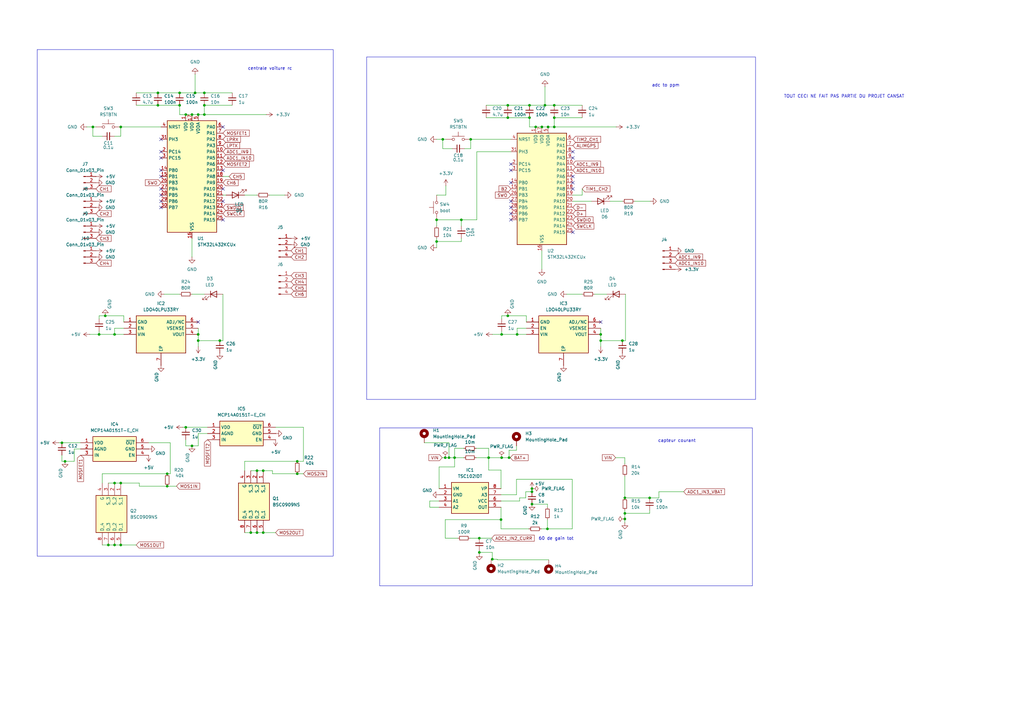
<source format=kicad_sch>
(kicad_sch (version 20231120) (generator "eeschema") (generator_version "8.0")
  (paper "A3")
  (junction (at 184.15 187.706))
  (junction (at 201.93 229.362))
  (junction (at 73.66 38.1))
  (junction (at 227.33 43.18))
  (junction (at 68.58 194.31))
  (junction (at 208.28 48.26))
  (junction (at 224.79 52.07))
  (junction (at 73.66 43.18))
  (junction (at 246.38 137.16))
  (junction (at 181.61 57.15))
  (junction (at 196.596 220.726))
  (junction (at 90.17 139.7))
  (junction (at 25.4 181.61))
  (junction (at 107.95 193.04))
  (junction (at 78.74 46.99))
  (junction (at 218.186 206.756))
  (junction (at 218.186 200.406))
  (junction (at 196.596 226.568))
  (junction (at 83.82 46.99))
  (junction (at 227.33 48.26))
  (junction (at 76.2 175.26))
  (junction (at 256.286 204.216))
  (junction (at 26.67 189.23))
  (junction (at 49.53 223.52))
  (junction (at 218.186 201.676))
  (junction (at 80.01 38.1))
  (junction (at 193.04 57.15))
  (junction (at 246.38 139.7))
  (junction (at 64.77 38.1))
  (junction (at 189.23 90.17))
  (junction (at 227.33 52.07))
  (junction (at 205.486 213.106))
  (junction (at 121.92 189.23))
  (junction (at 81.28 46.99))
  (junction (at 219.71 52.07))
  (junction (at 105.41 218.44))
  (junction (at 43.18 129.54))
  (junction (at 49.53 198.12))
  (junction (at 102.87 218.44))
  (junction (at 179.07 90.17))
  (junction (at 179.07 99.06))
  (junction (at 76.2 46.99))
  (junction (at 223.52 43.18))
  (junction (at 217.17 43.18))
  (junction (at 121.92 194.31))
  (junction (at 64.77 43.18))
  (junction (at 205.74 187.706))
  (junction (at 38.1 52.07))
  (junction (at 255.27 139.7))
  (junction (at 224.536 216.916))
  (junction (at 256.286 210.566))
  (junction (at 81.28 137.16))
  (junction (at 78.74 182.88))
  (junction (at 46.99 223.52))
  (junction (at 83.82 43.18))
  (junction (at 205.74 137.16))
  (junction (at 44.45 223.52))
  (junction (at 105.41 193.04))
  (junction (at 83.82 38.1))
  (junction (at 200.406 187.706))
  (junction (at 208.28 43.18))
  (junction (at 212.09 137.16))
  (junction (at 81.28 139.7))
  (junction (at 208.28 129.54))
  (junction (at 68.58 199.39))
  (junction (at 46.99 198.12))
  (junction (at 256.286 212.852))
  (junction (at 208.788 187.706))
  (junction (at 46.99 137.16))
  (junction (at 40.64 137.16))
  (junction (at 49.53 52.07))
  (junction (at 107.95 218.44))
  (junction (at 222.25 52.07))
  (junction (at 186.436 187.706))
  (junction (at 182.626 187.706))
  (junction (at 217.17 48.26))
  (junction (at 266.446 204.216))
  (no_connect (at 234.95 77.47))
  (no_connect (at 91.44 77.47))
  (no_connect (at 66.04 69.85))
  (no_connect (at 209.55 67.31))
  (no_connect (at 209.55 69.85))
  (no_connect (at 91.44 90.17))
  (no_connect (at 66.04 64.77))
  (no_connect (at 234.95 72.39))
  (no_connect (at 91.44 52.07))
  (no_connect (at 234.95 74.93))
  (no_connect (at 66.04 85.09))
  (no_connect (at 66.04 57.15))
  (no_connect (at 91.44 69.85))
  (no_connect (at 66.04 72.39))
  (no_connect (at 209.55 74.93))
  (no_connect (at 66.04 77.47))
  (no_connect (at 66.04 82.55))
  (no_connect (at 209.55 82.55))
  (no_connect (at 246.38 132.08))
  (no_connect (at 66.04 80.01))
  (no_connect (at 234.95 95.25))
  (no_connect (at 209.55 85.09))
  (no_connect (at 209.55 90.17))
  (no_connect (at 91.44 82.55))
  (no_connect (at 209.55 87.63))
  (no_connect (at 234.95 62.23))
  (no_connect (at 66.04 62.23))
  (no_connect (at 234.95 64.77))
  (no_connect (at 81.28 132.08))
  (wire (pts (xy 57.15 199.39) (xy 68.58 199.39)))
  (wire (pts (xy 176.276 205.486) (xy 176.276 208.026)))
  (wire (pts (xy 270.256 201.676) (xy 270.256 204.216)))
  (wire (pts (xy 116.84 80.01) (xy 110.49 80.01)))
  (wire (pts (xy 205.486 192.786) (xy 200.406 192.786)))
  (wire (pts (xy 36.83 137.16) (xy 40.64 137.16)))
  (wire (pts (xy 266.7 82.55) (xy 260.35 82.55)))
  (wire (pts (xy 246.38 139.7) (xy 255.27 139.7)))
  (wire (pts (xy 234.696 196.596) (xy 234.696 216.916)))
  (wire (pts (xy 203.962 229.362) (xy 201.93 229.362)))
  (wire (pts (xy 24.13 181.61) (xy 25.4 181.61)))
  (wire (pts (xy 219.71 52.07) (xy 222.25 52.07)))
  (wire (pts (xy 85.09 177.8) (xy 81.28 177.8)))
  (wire (pts (xy 189.23 90.17) (xy 195.58 90.17)))
  (wire (pts (xy 186.436 183.896) (xy 190.246 183.896)))
  (wire (pts (xy 246.38 139.7) (xy 246.38 142.24)))
  (wire (pts (xy 102.87 193.04) (xy 105.41 193.04)))
  (wire (pts (xy 38.1 55.88) (xy 38.1 52.07)))
  (wire (pts (xy 41.91 194.31) (xy 41.91 198.12)))
  (wire (pts (xy 78.74 46.99) (xy 81.28 46.99)))
  (wire (pts (xy 181.356 187.706) (xy 182.626 187.706)))
  (wire (pts (xy 232.41 120.65) (xy 238.76 120.65)))
  (wire (pts (xy 200.406 183.896) (xy 200.406 187.706)))
  (wire (pts (xy 43.18 129.54) (xy 50.8 129.54)))
  (wire (pts (xy 46.99 137.16) (xy 50.8 137.16)))
  (wire (pts (xy 266.446 210.566) (xy 256.286 210.566)))
  (wire (pts (xy 208.28 48.26) (xy 217.17 48.26)))
  (wire (pts (xy 205.74 137.16) (xy 212.09 137.16)))
  (wire (pts (xy 246.38 137.16) (xy 246.38 139.7)))
  (wire (pts (xy 105.41 80.01) (xy 100.33 80.01)))
  (wire (pts (xy 40.64 130.81) (xy 40.64 129.54)))
  (wire (pts (xy 205.486 216.916) (xy 205.486 213.106)))
  (wire (pts (xy 68.58 194.31) (xy 41.91 194.31)))
  (wire (pts (xy 212.09 134.62) (xy 212.09 137.16)))
  (wire (pts (xy 196.596 226.568) (xy 201.93 226.568)))
  (wire (pts (xy 256.54 139.7) (xy 255.27 139.7)))
  (wire (pts (xy 50.8 129.54) (xy 50.8 132.08)))
  (wire (pts (xy 179.07 90.17) (xy 189.23 90.17)))
  (wire (pts (xy 201.93 137.16) (xy 205.74 137.16)))
  (wire (pts (xy 179.07 57.15) (xy 181.61 57.15)))
  (wire (pts (xy 57.15 198.12) (xy 49.53 198.12)))
  (wire (pts (xy 121.92 194.31) (xy 111.76 194.31)))
  (wire (pts (xy 227.33 43.18) (xy 238.76 43.18)))
  (wire (pts (xy 192.786 220.726) (xy 196.596 220.726)))
  (wire (pts (xy 80.01 38.1) (xy 83.82 38.1)))
  (wire (pts (xy 121.92 189.23) (xy 100.33 189.23)))
  (wire (pts (xy 205.486 213.106) (xy 182.626 213.106)))
  (wire (pts (xy 182.626 187.706) (xy 184.15 187.706)))
  (wire (pts (xy 256.286 212.852) (xy 256.286 214.376)))
  (wire (pts (xy 73.66 38.1) (xy 80.01 38.1)))
  (wire (pts (xy 55.88 43.18) (xy 64.77 43.18)))
  (wire (pts (xy 215.646 201.676) (xy 218.186 201.676)))
  (wire (pts (xy 208.788 187.706) (xy 208.788 184.658)))
  (wire (pts (xy 41.91 55.88) (xy 38.1 55.88)))
  (wire (pts (xy 196.596 226.568) (xy 196.596 225.806)))
  (wire (pts (xy 205.74 129.54) (xy 208.28 129.54)))
  (wire (pts (xy 222.25 52.07) (xy 224.79 52.07)))
  (wire (pts (xy 44.45 223.52) (xy 46.99 223.52)))
  (wire (pts (xy 107.95 218.44) (xy 113.03 218.44)))
  (wire (pts (xy 176.276 208.026) (xy 180.086 208.026)))
  (wire (pts (xy 217.17 52.07) (xy 219.71 52.07)))
  (wire (pts (xy 179.07 99.06) (xy 179.07 101.6)))
  (wire (pts (xy 76.2 182.88) (xy 76.2 180.34)))
  (wire (pts (xy 211.836 202.946) (xy 211.836 196.596)))
  (wire (pts (xy 81.28 182.88) (xy 78.74 182.88)))
  (wire (pts (xy 91.44 72.39) (xy 93.98 72.39)))
  (wire (pts (xy 243.84 120.65) (xy 248.92 120.65)))
  (wire (pts (xy 184.15 187.706) (xy 186.436 187.706)))
  (wire (pts (xy 64.77 43.18) (xy 73.66 43.18)))
  (wire (pts (xy 74.93 175.26) (xy 76.2 175.26)))
  (wire (pts (xy 33.02 184.15) (xy 30.48 184.15)))
  (wire (pts (xy 80.01 30.48) (xy 80.01 38.1)))
  (wire (pts (xy 91.44 120.65) (xy 91.44 139.7)))
  (wire (pts (xy 208.28 43.18) (xy 217.17 43.18)))
  (wire (pts (xy 193.04 57.15) (xy 193.04 60.96)))
  (wire (pts (xy 81.28 177.8) (xy 81.28 182.88)))
  (wire (pts (xy 64.77 38.1) (xy 73.66 38.1)))
  (wire (pts (xy 181.61 57.15) (xy 182.88 57.15)))
  (wire (pts (xy 256.286 187.706) (xy 252.476 187.706)))
  (wire (pts (xy 256.286 204.216) (xy 266.446 204.216)))
  (wire (pts (xy 46.99 223.52) (xy 49.53 223.52)))
  (wire (pts (xy 83.82 46.99) (xy 109.22 46.99)))
  (wire (pts (xy 212.09 137.16) (xy 215.9 137.16)))
  (wire (pts (xy 227.33 48.26) (xy 238.76 48.26)))
  (wire (pts (xy 208.788 184.658) (xy 211.836 184.658)))
  (wire (pts (xy 91.44 80.01) (xy 92.71 80.01)))
  (wire (pts (xy 186.436 191.516) (xy 186.436 187.706)))
  (wire (pts (xy 208.788 187.706) (xy 209.296 187.706)))
  (wire (pts (xy 60.96 181.61) (xy 69.85 181.61)))
  (wire (pts (xy 107.95 193.04) (xy 111.76 193.04)))
  (wire (pts (xy 213.106 205.486) (xy 213.106 204.216)))
  (wire (pts (xy 105.41 193.04) (xy 107.95 193.04)))
  (wire (pts (xy 73.66 43.18) (xy 73.66 46.99)))
  (wire (pts (xy 180.086 200.406) (xy 180.086 191.516)))
  (wire (pts (xy 68.58 199.39) (xy 72.39 199.39)))
  (wire (pts (xy 100.33 218.44) (xy 102.87 218.44)))
  (wire (pts (xy 184.15 181.61) (xy 184.15 187.706)))
  (wire (pts (xy 76.2 175.26) (xy 85.09 175.26)))
  (wire (pts (xy 225.044 229.616) (xy 203.962 229.616)))
  (wire (pts (xy 180.086 205.486) (xy 176.276 205.486)))
  (wire (pts (xy 25.4 189.23) (xy 25.4 186.69)))
  (wire (pts (xy 189.23 99.06) (xy 179.07 99.06)))
  (wire (pts (xy 69.85 194.31) (xy 68.58 194.31)))
  (wire (pts (xy 35.56 52.07) (xy 38.1 52.07)))
  (wire (pts (xy 256.286 195.326) (xy 256.286 204.216)))
  (wire (pts (xy 200.406 187.706) (xy 205.74 187.706)))
  (wire (pts (xy 124.46 175.26) (xy 124.46 189.23)))
  (wire (pts (xy 76.2 46.99) (xy 78.74 46.99)))
  (wire (pts (xy 195.326 187.706) (xy 200.406 187.706)))
  (wire (pts (xy 200.406 192.786) (xy 200.406 187.706)))
  (wire (pts (xy 203.962 229.616) (xy 203.962 229.362)))
  (wire (pts (xy 83.82 43.18) (xy 95.25 43.18)))
  (wire (pts (xy 81.28 139.7) (xy 81.28 142.24)))
  (wire (pts (xy 218.186 206.756) (xy 224.536 206.756)))
  (wire (pts (xy 30.48 189.23) (xy 26.67 189.23)))
  (wire (pts (xy 195.58 62.23) (xy 195.58 90.17)))
  (wire (pts (xy 201.93 226.568) (xy 201.93 229.362)))
  (wire (pts (xy 50.8 134.62) (xy 46.99 134.62)))
  (wire (pts (xy 223.52 43.18) (xy 227.33 43.18)))
  (wire (pts (xy 185.42 60.96) (xy 181.61 60.96)))
  (wire (pts (xy 189.23 90.17) (xy 189.23 92.71)))
  (wire (pts (xy 190.5 60.96) (xy 193.04 60.96)))
  (wire (pts (xy 49.53 223.52) (xy 55.88 223.52)))
  (wire (pts (xy 208.28 129.54) (xy 215.9 129.54)))
  (wire (pts (xy 255.27 82.55) (xy 250.19 82.55)))
  (wire (pts (xy 205.486 200.406) (xy 205.486 192.786)))
  (wire (pts (xy 186.436 183.896) (xy 186.436 187.706)))
  (wire (pts (xy 215.9 134.62) (xy 212.09 134.62)))
  (wire (pts (xy 83.82 43.18) (xy 83.82 46.99)))
  (wire (pts (xy 182.626 213.106) (xy 182.626 220.726)))
  (wire (pts (xy 44.45 198.12) (xy 46.99 198.12)))
  (wire (pts (xy 57.15 199.39) (xy 57.15 198.12)))
  (wire (pts (xy 38.1 52.07) (xy 39.37 52.07)))
  (wire (pts (xy 199.39 48.26) (xy 208.28 48.26)))
  (wire (pts (xy 209.55 62.23) (xy 195.58 62.23)))
  (wire (pts (xy 81.28 139.7) (xy 90.17 139.7)))
  (wire (pts (xy 238.76 80.01) (xy 234.95 80.01)))
  (wire (pts (xy 78.74 120.65) (xy 83.82 120.65)))
  (wire (pts (xy 256.286 190.246) (xy 256.286 187.706)))
  (wire (pts (xy 182.88 76.2) (xy 182.88 80.01)))
  (wire (pts (xy 91.44 139.7) (xy 90.17 139.7)))
  (wire (pts (xy 49.53 52.07) (xy 66.04 52.07)))
  (wire (pts (xy 227.33 48.26) (xy 227.33 52.07)))
  (wire (pts (xy 78.74 97.79) (xy 78.74 105.41)))
  (wire (pts (xy 223.52 35.56) (xy 223.52 43.18)))
  (wire (pts (xy 182.626 220.726) (xy 187.706 220.726)))
  (wire (pts (xy 83.82 46.99) (xy 81.28 46.99)))
  (wire (pts (xy 199.39 43.18) (xy 208.28 43.18)))
  (wire (pts (xy 234.95 82.55) (xy 242.57 82.55)))
  (wire (pts (xy 83.82 38.1) (xy 95.25 38.1)))
  (wire (pts (xy 46.99 55.88) (xy 49.53 55.88)))
  (wire (pts (xy 256.286 209.296) (xy 256.286 210.566)))
  (wire (pts (xy 195.326 183.896) (xy 200.406 183.896)))
  (wire (pts (xy 215.9 129.54) (xy 215.9 132.08)))
  (wire (pts (xy 67.31 120.65) (xy 73.66 120.65)))
  (wire (pts (xy 173.99 181.61) (xy 184.15 181.61)))
  (wire (pts (xy 181.61 60.96) (xy 181.61 57.15)))
  (wire (pts (xy 105.41 218.44) (xy 107.95 218.44)))
  (wire (pts (xy 227.33 52.07) (xy 224.79 52.07)))
  (wire (pts (xy 30.48 184.15) (xy 30.48 189.23)))
  (wire (pts (xy 246.38 134.62) (xy 246.38 137.16)))
  (wire (pts (xy 234.696 216.916) (xy 224.536 216.916)))
  (wire (pts (xy 256.54 120.65) (xy 256.54 139.7)))
  (wire (pts (xy 205.74 130.81) (xy 205.74 129.54)))
  (wire (pts (xy 179.07 97.79) (xy 179.07 99.06)))
  (wire (pts (xy 40.64 137.16) (xy 46.99 137.16)))
  (wire (pts (xy 227.33 52.07) (xy 252.73 52.07)))
  (wire (pts (xy 205.74 135.89) (xy 205.74 137.16)))
  (wire (pts (xy 111.76 194.31) (xy 111.76 193.04)))
  (wire (pts (xy 256.286 210.566) (xy 256.286 212.852)))
  (wire (pts (xy 216.916 216.916) (xy 205.486 216.916)))
  (wire (pts (xy 180.086 191.516) (xy 186.436 191.516)))
  (wire (pts (xy 124.46 189.23) (xy 121.92 189.23)))
  (wire (pts (xy 215.646 204.216) (xy 215.646 201.676)))
  (wire (pts (xy 69.85 181.61) (xy 69.85 194.31)))
  (wire (pts (xy 189.23 97.79) (xy 189.23 99.06)))
  (wire (pts (xy 100.33 189.23) (xy 100.33 193.04)))
  (wire (pts (xy 25.4 181.61) (xy 33.02 181.61)))
  (wire (pts (xy 238.76 77.47) (xy 238.76 80.01)))
  (wire (pts (xy 205.486 202.946) (xy 211.836 202.946)))
  (wire (pts (xy 78.74 182.88) (xy 76.2 182.88)))
  (wire (pts (xy 280.416 201.676) (xy 270.256 201.676)))
  (wire (pts (xy 49.53 52.07) (xy 49.53 55.88)))
  (wire (pts (xy 205.486 205.486) (xy 213.106 205.486)))
  (wire (pts (xy 81.28 137.16) (xy 81.28 139.7)))
  (wire (pts (xy 205.74 187.706) (xy 208.788 187.706)))
  (wire (pts (xy 40.64 129.54) (xy 43.18 129.54)))
  (wire (pts (xy 26.67 189.23) (xy 25.4 189.23)))
  (wire (pts (xy 55.88 38.1) (xy 64.77 38.1)))
  (wire (pts (xy 211.836 196.596) (xy 234.696 196.596)))
  (wire (pts (xy 102.87 218.44) (xy 105.41 218.44)))
  (wire (pts (xy 179.07 92.71) (xy 179.07 90.17)))
  (wire (pts (xy 186.436 187.706) (xy 190.246 187.706)))
  (wire (pts (xy 196.596 220.726) (xy 201.676 220.726)))
  (wire (pts (xy 193.04 57.15) (xy 209.55 57.15)))
  (wire (pts (xy 40.64 135.89) (xy 40.64 137.16)))
  (wire (pts (xy 46.99 134.62) (xy 46.99 137.16)))
  (wire (pts (xy 222.25 102.87) (xy 222.25 110.49)))
  (wire (pts (xy 213.106 204.216) (xy 215.646 204.216)))
  (wire (pts (xy 224.536 216.916) (xy 221.996 216.916)))
  (wire (pts (xy 41.91 223.52) (xy 44.45 223.52)))
  (wire (pts (xy 124.46 194.31) (xy 121.92 194.31)))
  (wire (pts (xy 217.17 48.26) (xy 217.17 52.07)))
  (wire (pts (xy 217.17 43.18) (xy 223.52 43.18)))
  (wire (pts (xy 201.93 229.362) (xy 201.422 229.362)))
  (wire (pts (xy 113.03 175.26) (xy 124.46 175.26)))
  (wire (pts (xy 224.536 208.026) (xy 224.536 206.756)))
  (wire (pts (xy 182.88 80.01) (xy 179.07 80.01)))
  (wire (pts (xy 81.28 134.62) (xy 81.28 137.16)))
  (wire (pts (xy 218.186 200.406) (xy 218.186 201.676)))
  (wire (pts (xy 46.99 198.12) (xy 49.53 198.12)))
  (wire (pts (xy 73.66 46.99) (xy 76.2 46.99)))
  (wire (pts (xy 196.596 227.076) (xy 196.596 226.568)))
  (wire (pts (xy 266.446 209.296) (xy 266.446 210.566)))
  (wire (pts (xy 205.486 208.026) (xy 205.486 213.106)))
  (wire (pts (xy 211.836 184.658) (xy 211.836 182.88)))
  (wire (pts (xy 270.256 204.216) (xy 266.446 204.216)))
  (wire (pts (xy 224.536 213.106) (xy 224.536 216.916)))
  (rectangle (start 150.368 23.368) (end 309.88 163.83))
  (rectangle (start 155.702 175.514) (end 308.61 240.284))
  (rectangle (start 15.24 20.32) (end 136.652 228.092))
  (text "adc to ppm" (at 273.05 35.052 0) (effects (font (size 1.27 1.27))))
  (text "60 de gain tot" (at 228.092 220.98 0) (effects (font (size 1.27 1.27))))
  (text "TOUT CECI NE FAIT PAS PARTIE DU PROJET CANSAT" (at 346.202 39.624 0) (effects (font (size 1.27 1.27))))
  (text "centrale voiture rc" (at 110.744 28.194 0) (effects (font (size 1.27 1.27))))
  (text "capteur courant" (at 277.622 180.848 0) (effects (font (size 1.27 1.27))))
  (global_label "SWCLK" (shape input) (at 91.44 87.63 0) (property "Intersheetrefs" "${INTERSHEET_REFS}" (effects (hide yes))))
  (global_label "CH3" (shape input) (at 39.37 97.79 0) (property "Intersheetrefs" "${INTERSHEET_REFS}" (effects (hide yes))))
  (global_label "TIM1_CH2" (shape input) (at 238.76 77.47 0) (property "Intersheetrefs" "${INTERSHEET_REFS}" (effects (hide yes))))
  (global_label "CH2" (shape input) (at 39.37 87.63 0) (property "Intersheetrefs" "${INTERSHEET_REFS}" (effects (hide yes))))
  (global_label "VIN" (shape input) (at 181.356 187.706 180) (property "Intersheetrefs" "${INTERSHEET_REFS}" (effects (hide yes))))
  (global_label "CH5" (shape input) (at 93.98 72.39 0) (property "Intersheetrefs" "${INTERSHEET_REFS}" (effects (hide yes))))
  (global_label "D-" (shape input) (at 234.95 85.09 0) (property "Intersheetrefs" "${INTERSHEET_REFS}" (effects (hide yes))))
  (global_label "ALIMGPS" (shape input) (at 234.95 59.69 0) (property "Intersheetrefs" "${INTERSHEET_REFS}" (effects (hide yes))))
  (global_label "MOS1IN" (shape input) (at 72.39 199.39 0) (property "Intersheetrefs" "${INTERSHEET_REFS}" (effects (hide yes))))
  (global_label "CH1" (shape input) (at 119.38 102.87 0) (property "Intersheetrefs" "${INTERSHEET_REFS}" (effects (hide yes))))
  (global_label "ADC1_IN10" (shape input) (at 234.95 69.85 0) (property "Intersheetrefs" "${INTERSHEET_REFS}" (effects (hide yes))))
  (global_label "ADC1_IN9" (shape input) (at 276.86 105.41 0) (property "Intersheetrefs" "${INTERSHEET_REFS}" (effects (hide yes))))
  (global_label "MOS2IN" (shape input) (at 124.46 194.31 0) (property "Intersheetrefs" "${INTERSHEET_REFS}" (effects (hide yes))))
  (global_label "MOSFET2" (shape input) (at 91.44 67.31 0) (property "Intersheetrefs" "${INTERSHEET_REFS}" (effects (hide yes))))
  (global_label "MOSFET1" (shape input) (at 91.44 54.61 0) (property "Intersheetrefs" "${INTERSHEET_REFS}" (effects (hide yes))))
  (global_label "SWCLK" (shape input) (at 234.95 92.71 0) (property "Intersheetrefs" "${INTERSHEET_REFS}" (effects (hide yes))))
  (global_label "CH4" (shape input) (at 119.38 115.57 0) (property "Intersheetrefs" "${INTERSHEET_REFS}" (effects (hide yes))))
  (global_label "CH2" (shape input) (at 119.38 105.41 0) (property "Intersheetrefs" "${INTERSHEET_REFS}" (effects (hide yes))))
  (global_label "ADC1_IN10" (shape input) (at 276.86 107.95 0) (property "Intersheetrefs" "${INTERSHEET_REFS}" (effects (hide yes))))
  (global_label "LPTX" (shape input) (at 91.44 59.69 0) (property "Intersheetrefs" "${INTERSHEET_REFS}" (effects (hide yes))))
  (global_label "MOS1OUT" (shape input) (at 55.88 223.52 0) (property "Intersheetrefs" "${INTERSHEET_REFS}" (effects (hide yes))))
  (global_label "CH5" (shape input) (at 119.38 118.11 0) (property "Intersheetrefs" "${INTERSHEET_REFS}" (effects (hide yes))))
  (global_label "BAT+" (shape input) (at 209.296 187.706 0) (property "Intersheetrefs" "${INTERSHEET_REFS}" (effects (hide yes))))
  (global_label "SWDIO" (shape input) (at 234.95 90.17 0) (property "Intersheetrefs" "${INTERSHEET_REFS}" (effects (hide yes))))
  (global_label "LPRX" (shape input) (at 91.44 57.15 0) (property "Intersheetrefs" "${INTERSHEET_REFS}" (effects (hide yes))))
  (global_label "MOSFET1" (shape input) (at 33.02 186.69 270) (property "Intersheetrefs" "${INTERSHEET_REFS}" (effects (hide yes))))
  (global_label "CH4" (shape input) (at 39.37 107.95 0) (property "Intersheetrefs" "${INTERSHEET_REFS}" (effects (hide yes))))
  (global_label "SWO" (shape input) (at 66.04 74.93 180) (property "Intersheetrefs" "${INTERSHEET_REFS}" (effects (hide yes))))
  (global_label "ADC1_IN9" (shape input) (at 234.95 67.31 0) (property "Intersheetrefs" "${INTERSHEET_REFS}" (effects (hide yes))))
  (global_label "MOSFET2" (shape input) (at 85.09 180.34 270) (property "Intersheetrefs" "${INTERSHEET_REFS}" (effects (hide yes))))
  (global_label "ADC1_IN9" (shape input) (at 91.44 62.23 0) (property "Intersheetrefs" "${INTERSHEET_REFS}" (effects (hide yes))))
  (global_label "CH3" (shape input) (at 119.38 113.03 0) (property "Intersheetrefs" "${INTERSHEET_REFS}" (effects (hide yes))))
  (global_label "CH6" (shape input) (at 91.44 74.93 0) (property "Intersheetrefs" "${INTERSHEET_REFS}" (effects (hide yes))))
  (global_label "B2" (shape input) (at 209.55 77.47 180) (property "Intersheetrefs" "${INTERSHEET_REFS}" (effects (hide yes))))
  (global_label "CH1" (shape input) (at 39.37 77.47 0) (property "Intersheetrefs" "${INTERSHEET_REFS}" (effects (hide yes))))
  (global_label "ADC1_IN10" (shape input) (at 91.44 64.77 0) (property "Intersheetrefs" "${INTERSHEET_REFS}" (effects (hide yes))))
  (global_label "SWO" (shape input) (at 209.55 80.01 180) (property "Intersheetrefs" "${INTERSHEET_REFS}" (effects (hide yes))))
  (global_label "ADC1_IN2_CURR" (shape input) (at 201.676 220.726 0) (property "Intersheetrefs" "${INTERSHEET_REFS}" (effects (hide yes))))
  (global_label "MOS2OUT" (shape input) (at 113.03 218.44 0) (property "Intersheetrefs" "${INTERSHEET_REFS}" (effects (hide yes))))
  (global_label "SWDIO" (shape input) (at 91.44 85.09 0) (property "Intersheetrefs" "${INTERSHEET_REFS}" (effects (hide yes))))
  (global_label "ADC1_IN3_VBAT" (shape input) (at 280.416 201.676 0) (property "Intersheetrefs" "${INTERSHEET_REFS}" (effects (hide yes))))
  (global_label "TIM2_CH1" (shape input) (at 234.95 57.15 0) (property "Intersheetrefs" "${INTERSHEET_REFS}" (effects (hide yes))))
  (global_label "CH6" (shape input) (at 119.38 120.65 0) (property "Intersheetrefs" "${INTERSHEET_REFS}" (effects (hide yes))))
  (global_label "D+" (shape input) (at 234.95 87.63 0) (property "Intersheetrefs" "${INTERSHEET_REFS}" (effects (hide yes))))
  (global_label "VIN" (shape input) (at 252.476 187.706 180) (property "Intersheetrefs" "${INTERSHEET_REFS}" (effects (hide yes))))
  (symbol (lib_id "Device:LED") (at 246.38 82.55 180) (unit 1)
    (property "Reference" "D6" (at 247.9675 88.9 0))
    (property "Value" "LED" (at 247.9675 86.36 0))
    (property "Footprint" "LED_SMD:LED_0603_1608Metric_Pad1.05x0.95mm_HandSolder" (effects (hide yes)))
    (property "Description" "Light emitting diode" (effects (hide yes)))
  )
  (symbol (lib_id "power:GND") (at 113.03 177.8 90) (unit 1)
    (property "Reference" "#PWR072" (effects (hide yes)))
    (property "Value" "GND" (at 115.824 179.578 90) (effects (justify right)))
    (property "Description" "Power symbol creates a global label with name \"GND\" , ground" (effects (hide yes)))
  )
  (symbol (lib_id "Device:C_Small") (at 217.17 45.72 0) (unit 1)
    (property "Reference" "C22" (at 219.71 44.4562 0) (effects (justify left)))
    (property "Value" "100n" (at 219.71 46.9962 0) (effects (justify left)))
    (property "Footprint" "Capacitor_SMD:C_0402_1005Metric_Pad0.74x0.62mm_HandSolder" (effects (hide yes)))
    (property "Description" "Unpolarized capacitor, small symbol" (effects (hide yes)))
  )
  (symbol (lib_id "power:GND") (at 78.74 105.41 0) (unit 1)
    (property "Reference" "#PWR032" (effects (hide yes)))
    (property "Value" "GND" (at 78.74 110.49 0))
    (property "Description" "Power symbol creates a global label with name \"GND\" , ground" (effects (hide yes)))
  )
  (symbol (lib_id "power:GND") (at 39.37 105.41 90) (unit 1)
    (property "Reference" "#PWR066" (effects (hide yes)))
    (property "Value" "GND" (at 43.18 105.4099 90) (effects (justify right)))
    (property "Description" "Power symbol creates a global label with name \"GND\" , ground" (effects (hide yes)))
  )
  (symbol (lib_id "power:GND") (at 39.37 95.25 90) (unit 1)
    (property "Reference" "#PWR065" (effects (hide yes)))
    (property "Value" "GND" (at 43.18 95.2499 90) (effects (justify right)))
    (property "Description" "Power symbol creates a global label with name \"GND\" , ground" (effects (hide yes)))
  )
  (symbol (lib_id "Device:LED") (at 96.52 80.01 180) (unit 1)
    (property "Reference" "D5" (at 98.1075 86.36 0))
    (property "Value" "LED" (at 98.1075 83.82 0))
    (property "Footprint" "LED_SMD:LED_0603_1608Metric_Pad1.05x0.95mm_HandSolder" (effects (hide yes)))
    (property "Description" "Light emitting diode" (effects (hide yes)))
  )
  (symbol (lib_id "Device:R_Small") (at 68.58 196.85 180) (unit 1)
    (property "Reference" "R20" (at 71.374 192.786 0) (effects (justify right)))
    (property "Value" "40k" (at 71.882 195.072 0) (effects (justify right)))
    (property "Footprint" "Resistor_SMD:R_0402_1005Metric_Pad0.72x0.64mm_HandSolder" (effects (hide yes)))
    (property "Description" "Resistor, small symbol" (effects (hide yes)))
  )
  (symbol (lib_id "Mechanical:MountingHole_Pad") (at 225.044 232.156 180) (unit 1) (exclude_from_sim yes) (in_bom no)
    (property "Reference" "H4" (at 227.584 232.1559 0) (effects (justify right)))
    (property "Value" "MountingHole_Pad" (at 227.584 234.6959 0) (effects (justify right)))
    (property "Footprint" "MountingHole:MountingHole_3.2mm_M3_Pad_Via" (effects (hide yes)))
    (property "Description" "Mounting Hole with connection" (effects (hide yes)))
  )
  (symbol (lib_id "Connector:Conn_01x03_Pin") (at 34.29 95.25 0) (unit 1)
    (property "Reference" "J9" (at 34.925 87.63 0))
    (property "Value" "Conn_01x03_Pin" (at 34.925 90.17 0))
    (property "Footprint" "Connector_PinHeader_2.54mm:PinHeader_1x03_P2.54mm_Vertical" (effects (hide yes)))
    (property "Description" "Generic connector, single row, 01x03, script generated" (effects (hide yes)))
  )
  (symbol (lib_id "Device:R_Small") (at 179.07 95.25 0) (unit 1)
    (property "Reference" "R21" (at 181.61 93.9799 0) (effects (justify left)))
    (property "Value" "10k" (at 181.61 96.5199 0) (effects (justify left)))
    (property "Footprint" "Resistor_SMD:R_0402_1005Metric_Pad0.72x0.64mm_HandSolder" (effects (hide yes)))
    (property "Description" "Resistor, small symbol" (effects (hide yes)))
  )
  (symbol (lib_id "power:GND") (at 223.52 35.56 180) (unit 1)
    (property "Reference" "#PWR040" (effects (hide yes)))
    (property "Value" "GND" (at 223.52 30.48 0))
    (property "Description" "Power symbol creates a global label with name \"GND\" , ground" (effects (hide yes)))
  )
  (symbol (lib_id "power:GND") (at 218.186 206.756 0) (unit 1)
    (property "Reference" "#PWR029" (effects (hide yes)))
    (property "Value" "GND" (at 215.392 207.264 90) (effects (justify right)))
    (property "Description" "Power symbol creates a global label with name \"GND\" , ground" (effects (hide yes)))
  )
  (symbol (lib_id "power:+3.3V") (at 246.38 142.24 180) (unit 1)
    (property "Reference" "#PWR053" (effects (hide yes)))
    (property "Value" "+3.3V" (at 246.38 147.32 0))
    (property "Description" "Power symbol creates a global label with name \"+3.3V\"" (effects (hide yes)))
  )
  (symbol (lib_id "Device:R_Small") (at 76.2 120.65 90) (unit 1)
    (property "Reference" "R24" (at 76.2 115.57 90))
    (property "Value" "80R" (at 76.2 118.11 90))
    (property "Footprint" "Resistor_SMD:R_0402_1005Metric_Pad0.72x0.64mm_HandSolder" (effects (hide yes)))
    (property "Description" "Resistor, small symbol" (effects (hide yes)))
  )
  (symbol (lib_id "Device:C_Small") (at 196.596 223.266 180) (unit 1)
    (property "Reference" "C7" (at 199.136 221.9895 0) (effects (justify right)))
    (property "Value" "10n" (at 199.136 224.5295 0) (effects (justify right)))
    (property "Footprint" "Capacitor_SMD:C_0402_1005Metric_Pad0.74x0.62mm_HandSolder" (effects (hide yes)))
    (property "Description" "Unpolarized capacitor, small symbol" (effects (hide yes)))
  )
  (symbol (lib_id "Device:C_Small") (at 187.96 60.96 90) (unit 1)
    (property "Reference" "C18" (at 187.96 63.754 90))
    (property "Value" "0.1u" (at 187.96 65.532 90))
    (property "Footprint" "Capacitor_SMD:C_0402_1005Metric_Pad0.74x0.62mm_HandSolder" (effects (hide yes)))
    (property "Description" "Unpolarized capacitor, small symbol" (effects (hide yes)))
  )
  (symbol (lib_id "MCU_ST_STM32L4:STM32L432KCUx") (at 222.25 77.47 0) (unit 1)
    (property "Reference" "U2" (at 224.4441 102.87 0) (effects (justify left)))
    (property "Value" "STM32L432KCUx" (at 224.4441 105.41 0) (effects (justify left)))
    (property "Footprint" "Package_DFN_QFN:QFN-32-1EP_5x5mm_P0.5mm_EP3.45x3.45mm" (effects (hide yes)))
    (property "Datasheet" "https://www.st.com/resource/en/datasheet/stm32l432kc.pdf" (effects (hide yes)))
    (property "Description" "STMicroelectronics Arm Cortex-M4 MCU, 256KB flash, 64KB RAM, 80 MHz, 1.71-3.6V, 26 GPIO, UFQFPN32" (effects (hide yes)))
  )
  (symbol (lib_id "power:+5V") (at 39.37 102.87 270) (unit 1)
    (property "Reference" "#PWR060" (effects (hide yes)))
    (property "Value" "+5V" (at 43.18 102.8699 90) (effects (justify left)))
    (property "Description" "Power symbol creates a global label with name \"+5V\"" (effects (hide yes)))
  )
  (symbol (lib_id "Switch:SW_Push") (at 179.07 85.09 90) (unit 1)
    (property "Reference" "SW4" (at 180.34 83.8199 90) (effects (justify right)))
    (property "Value" "boot" (at 180.34 86.3599 90) (effects (justify right)))
    (property "Footprint" "kxt3:SW_KXT3" (effects (hide yes)))
    (property "Description" "Push button switch, generic, two pins" (effects (hide yes)))
  )
  (symbol (lib_id "power:GND") (at 26.67 189.23 0) (unit 1)
    (property "Reference" "#PWR070" (effects (hide yes)))
    (property "Value" "GND" (at 24.892 192.024 90) (effects (justify right)))
    (property "Description" "Power symbol creates a global label with name \"GND\" , ground" (effects (hide yes)))
  )
  (symbol (lib_id "Device:C_Small") (at 55.88 40.64 0) (unit 1)
    (property "Reference" "C13" (at 58.42 39.3762 0) (effects (justify left)))
    (property "Value" "4.7u" (at 58.42 41.9162 0) (effects (justify left)))
    (property "Footprint" "Capacitor_SMD:C_0402_1005Metric_Pad0.74x0.62mm_HandSolder" (effects (hide yes)))
    (property "Description" "Unpolarized capacitor, small symbol" (effects (hide yes)))
  )
  (symbol (lib_id "Connector:Conn_01x03_Pin") (at 34.29 74.93 0) (unit 1)
    (property "Reference" "J7" (at 34.925 67.31 0))
    (property "Value" "Conn_01x03_Pin" (at 34.925 69.85 0))
    (property "Footprint" "Connector_PinHeader_2.54mm:PinHeader_1x03_P2.54mm_Vertical" (effects (hide yes)))
    (property "Description" "Generic connector, single row, 01x03, script generated" (effects (hide yes)))
  )
  (symbol (lib_id "mosfet driver:MCP14A0151T-E_CH") (at 85.09 175.26 0) (unit 1)
    (property "Reference" "IC5" (at 99.06 167.64 0))
    (property "Value" "MCP14A0151T-E_CH" (at 99.06 170.18 0))
    (property "Footprint" "driver mosfet:SOT95P270X145-6N" (effects (hide yes)))
    (property "Datasheet" "http://ww1.microchip.com/downloads/en/DeviceDoc/20005368A.pdf" (effects (hide yes)))
    (property "Description" "Gate Drivers MOSFET Driver 1.5A single, SOT-23" (effects (hide yes)))
    (property "Height" "1.45" (effects (hide yes)))
    (property "Manufacturer_Name" "Microchip" (effects (hide yes)))
    (property "Manufacturer_Part_Number" "MCP14A0151T-E/CH" (effects (hide yes)))
    (property "Mouser Part Number" "579-MCP14A0151T-E/CH" (effects (hide yes)))
    (property "Mouser Price/Stock" "https://www.mouser.co.uk/ProductDetail/Microchip-Technology/MCP14A0151T-E-CH?qs=P9Xy8ZBwTyuqWR6LT8V24A%3D%3D" (effects (hide yes)))
    (property "Arrow Part Number" "MCP14A0151T-E/CH" (effects (hide yes)))
    (property "Arrow Price/Stock" "https://www.arrow.com/en/products/mcp14a0151t-ech/microchip-technology?region=nac" (effects (hide yes)))
  )
  (symbol (lib_id "Device:C_Small") (at 238.76 45.72 0) (unit 1)
    (property "Reference" "C24" (at 241.3 44.4562 0) (effects (justify left)))
    (property "Value" "1u" (at 241.3 46.9962 0) (effects (justify left)))
    (property "Footprint" "Capacitor_SMD:C_0402_1005Metric_Pad0.74x0.62mm_HandSolder" (effects (hide yes)))
    (property "Description" "Unpolarized capacitor, small symbol" (effects (hide yes)))
  )
  (symbol (lib_id "power:PWR_FLAG") (at 218.186 200.406 270) (unit 1)
    (property "Reference" "#FLG07" (effects (hide yes)))
    (property "Value" "PWR_FLAG" (at 221.996 200.4059 90) (effects (justify left)))
    (property "Description" "Special symbol for telling ERC where power comes from" (effects (hide yes)))
  )
  (symbol (lib_id "power:+5V") (at 74.93 175.26 90) (unit 1)
    (property "Reference" "#PWR069" (effects (hide yes)))
    (property "Value" "+5V" (at 71.12 175.2599 90) (effects (justify left)))
    (property "Description" "Power symbol creates a global label with name \"+5V\"" (effects (hide yes)))
  )
  (symbol (lib_id "power:GND") (at 180.086 202.946 270) (unit 1)
    (property "Reference" "#PWR026" (effects (hide yes)))
    (property "Value" "GND" (at 177.292 201.168 90) (effects (justify right)))
    (property "Description" "Power symbol creates a global label with name \"GND\" , ground" (effects (hide yes)))
  )
  (symbol (lib_id "Device:R_Small") (at 192.786 187.706 90) (unit 1)
    (property "Reference" "R11" (effects (hide yes)))
    (property "Value" "10m" (at 192.786 185.166 90))
    (property "Footprint" "Resistor_SMD:R_1020_2550Metric_Pad1.33x5.20mm_HandSolder" (effects (hide yes)))
    (property "Description" "Resistor, small symbol" (effects (hide yes)))
  )
  (symbol (lib_id "power:+3.3V") (at 81.28 142.24 180) (unit 1)
    (property "Reference" "#PWR047" (effects (hide yes)))
    (property "Value" "+3.3V" (at 81.28 147.32 0))
    (property "Description" "Power symbol creates a global label with name \"+3.3V\"" (effects (hide yes)))
  )
  (symbol (lib_id "power:+3.3V") (at 276.86 110.49 270) (unit 1)
    (property "Reference" "#PWR042" (effects (hide yes)))
    (property "Value" "+3.3V" (at 280.67 110.4899 90) (effects (justify left)))
    (property "Description" "Power symbol creates a global label with name \"+3.3V\"" (effects (hide yes)))
  )
  (symbol (lib_id "power:+5V") (at 201.93 137.16 90) (unit 1)
    (property "Reference" "#PWR049" (effects (hide yes)))
    (property "Value" "+5V" (at 198.12 137.1599 90) (effects (justify left)))
    (property "Description" "Power symbol creates a global label with name \"+5V\"" (effects (hide yes)))
  )
  (symbol (lib_id "Device:C_Small") (at 95.25 40.64 0) (unit 1)
    (property "Reference" "C17" (at 97.79 39.3762 0) (effects (justify left)))
    (property "Value" "1u" (at 97.79 41.9162 0) (effects (justify left)))
    (property "Footprint" "Capacitor_SMD:C_0402_1005Metric_Pad0.74x0.62mm_HandSolder" (effects (hide yes)))
    (property "Description" "Unpolarized capacitor, small symbol" (effects (hide yes)))
  )
  (symbol (lib_id "power:GND") (at 116.84 80.01 90) (unit 1)
    (property "Reference" "#PWR023" (effects (hide yes)))
    (property "Value" "GND" (at 120.65 80.0101 90) (effects (justify right)))
    (property "Description" "Power symbol creates a global label with name \"GND\" , ground" (effects (hide yes)))
  )
  (symbol (lib_id "power:+5V") (at 24.13 181.61 90) (unit 1)
    (property "Reference" "#PWR062" (effects (hide yes)))
    (property "Value" "+5V" (at 20.32 181.6099 90) (effects (justify left)))
    (property "Description" "Power symbol creates a global label with name \"+5V\"" (effects (hide yes)))
  )
  (symbol (lib_id "Device:C_Small") (at 205.74 133.35 0) (unit 1)
    (property "Reference" "C27" (at 208.28 132.0862 0) (effects (justify left)))
    (property "Value" "1u" (at 208.28 134.6262 0) (effects (justify left)))
    (property "Footprint" "Capacitor_SMD:C_0402_1005Metric_Pad0.74x0.62mm_HandSolder" (effects (hide yes)))
    (property "Description" "Unpolarized capacitor, small symbol" (effects (hide yes)))
  )
  (symbol (lib_id "Device:LED") (at 252.73 120.65 0) (unit 1)
    (property "Reference" "D4" (at 251.1425 114.3 0))
    (property "Value" "LED" (at 251.1425 116.84 0))
    (property "Footprint" "LED_SMD:LED_0603_1608Metric_Pad1.05x0.95mm_HandSolder" (effects (hide yes)))
    (property "Description" "Light emitting diode" (effects (hide yes)))
  )
  (symbol (lib_id "Device:C_Small") (at 266.446 206.756 180) (unit 1)
    (property "Reference" "C9" (at 268.986 205.4795 0) (effects (justify right)))
    (property "Value" "100n" (at 268.986 208.0195 0) (effects (justify right)))
    (property "Footprint" "Capacitor_SMD:C_0402_1005Metric_Pad0.74x0.62mm_HandSolder" (effects (hide yes)))
    (property "Description" "Unpolarized capacitor, small symbol" (effects (hide yes)))
  )
  (symbol (lib_id "LD040PURY:LDO40LPU33RY") (at 50.8 132.08 0) (unit 1)
    (property "Reference" "IC2" (at 66.04 124.46 0))
    (property "Value" "LDO40LPU33RY" (at 66.04 127 0))
    (property "Footprint" "LDO40PURY:SON95P300X300X90-7N-D" (effects (hide yes)))
    (property "Datasheet" "https://www.st.com/resource/en/datasheet/ldo40l.pdf" (effects (hide yes)))
    (property "Description" "LDO Voltage Regulators POWER MANAGEMENT" (effects (hide yes)))
    (property "Height" "0.9" (effects (hide yes)))
    (property "Manufacturer_Name" "STMicroelectronics" (effects (hide yes)))
    (property "Manufacturer_Part_Number" "LDO40LPU33RY" (effects (hide yes)))
    (property "Mouser Part Number" "511-LDO40LPU33RY" (effects (hide yes)))
    (property "Mouser Price/Stock" "https://www.mouser.co.uk/ProductDetail/STMicroelectronics/LDO40LPU33RY?qs=qSfuJ%252Bfl%2Fd5qazWclm%2Ffpg%3D%3D" (effects (hide yes)))
    (property "Arrow Part Number" "LDO40LPU33RY" (effects (hide yes)))
    (property "Arrow Price/Stock" "https://www.arrow.com/en/products/ldo40lpu33ry/stmicroelectronics?utm_currency=USD&region=europe" (effects (hide yes)))
  )
  (symbol (lib_id "power:+3.3V") (at 182.88 76.2 0) (unit 1)
    (property "Reference" "#PWR038" (effects (hide yes)))
    (property "Value" "+3.3V" (at 182.88 71.12 0))
    (property "Description" "Power symbol creates a global label with name \"+3.3V\"" (effects (hide yes)))
  )
  (symbol (lib_id "Device:LED") (at 87.63 120.65 0) (unit 1)
    (property "Reference" "D3" (at 86.0425 114.3 0))
    (property "Value" "LED" (at 86.0425 116.84 0))
    (property "Footprint" "LED_SMD:LED_0603_1608Metric_Pad1.05x0.95mm_HandSolder" (effects (hide yes)))
    (property "Description" "Light emitting diode" (effects (hide yes)))
  )
  (symbol (lib_id "Device:C_Small") (at 73.66 40.64 0) (unit 1)
    (property "Reference" "C15" (at 76.2 39.3762 0) (effects (justify left)))
    (property "Value" "100n" (at 76.2 41.9162 0) (effects (justify left)))
    (property "Footprint" "Capacitor_SMD:C_0402_1005Metric_Pad0.74x0.62mm_HandSolder" (effects (hide yes)))
    (property "Description" "Unpolarized capacitor, small symbol" (effects (hide yes)))
  )
  (symbol (lib_id "Device:C_Small") (at 64.77 40.64 0) (unit 1)
    (property "Reference" "C14" (at 67.31 39.3762 0) (effects (justify left)))
    (property "Value" "100n" (at 67.31 41.9162 0) (effects (justify left)))
    (property "Footprint" "Capacitor_SMD:C_0402_1005Metric_Pad0.74x0.62mm_HandSolder" (effects (hide yes)))
    (property "Description" "Unpolarized capacitor, small symbol" (effects (hide yes)))
  )
  (symbol (lib_id "BSC0909NS:BSC0909NS") (at 107.95 193.04 270) (unit 1)
    (property "Reference" "Q1" (at 111.76 204.4699 90) (effects (justify left)))
    (property "Value" "BSC0909NS" (at 111.76 207.0099 90) (effects (justify left)))
    (property "Footprint" "BSC0909NS:PG-TDSON-8-5" (effects (hide yes)))
    (property "Datasheet" "https://www.infineon.com/dgdl/Infineon-BSC0909NS-DS-v03_05-en.pdf?fileId=db3a3043284aacd80128826aeb7653f0" (effects (hide yes)))
    (property "Description" "MOSFET N-Ch 30V 44A TDSON-8 OptiMOS" (effects (hide yes)))
    (property "Manufacturer_Name" "Infineon" (effects (hide yes)))
    (property "Manufacturer_Part_Number" "BSC0909NS" (effects (hide yes)))
    (property "Mouser Part Number" "726-BSC0909NS" (effects (hide yes)))
    (property "Mouser Price/Stock" "https://www.mouser.co.uk/ProductDetail/Infineon-Technologies/BSC0909NS?qs=z8VqzZ%252B0FRNzIj59ZurEOQ%3D%3D" (effects (hide yes)))
  )
  (symbol (lib_id "power:+5V") (at 39.37 92.71 270) (unit 1)
    (property "Reference" "#PWR059" (effects (hide yes)))
    (property "Value" "+5V" (at 43.18 92.7099 90) (effects (justify left)))
    (property "Description" "Power symbol creates a global label with name \"+5V\"" (effects (hide yes)))
  )
  (symbol (lib_id "power:GND") (at 80.01 30.48 180) (unit 1)
    (property "Reference" "#PWR033" (effects (hide yes)))
    (property "Value" "GND" (at 80.01 25.4 0))
    (property "Description" "Power symbol creates a global label with name \"GND\" , ground" (effects (hide yes)))
  )
  (symbol (lib_id "Device:R_Small") (at 257.81 82.55 270) (unit 1)
    (property "Reference" "R19" (at 257.81 87.63 90))
    (property "Value" "80R" (at 257.81 85.09 90))
    (property "Footprint" "Resistor_SMD:R_0402_1005Metric_Pad0.72x0.64mm_HandSolder" (effects (hide yes)))
    (property "Description" "Resistor, small symbol" (effects (hide yes)))
  )
  (symbol (lib_id "power:GND") (at 66.04 149.86 0) (unit 1)
    (property "Reference" "#PWR045" (effects (hide yes)))
    (property "Value" "GND" (at 64.262 152.654 90) (effects (justify right)))
    (property "Description" "Power symbol creates a global label with name \"GND\" , ground" (effects (hide yes)))
  )
  (symbol (lib_id "power:GND") (at 266.7 82.55 90) (unit 1)
    (property "Reference" "#PWR031" (effects (hide yes)))
    (property "Value" "GND" (at 270.51 82.5501 90) (effects (justify right)))
    (property "Description" "Power symbol creates a global label with name \"GND\" , ground" (effects (hide yes)))
  )
  (symbol (lib_id "Device:R_Small") (at 107.95 80.01 270) (unit 1)
    (property "Reference" "R16" (at 107.95 85.09 90))
    (property "Value" "80R" (at 107.95 82.55 90))
    (property "Footprint" "Resistor_SMD:R_0402_1005Metric_Pad0.72x0.64mm_HandSolder" (effects (hide yes)))
    (property "Description" "Resistor, small symbol" (effects (hide yes)))
  )
  (symbol (lib_id "power:+3.3V") (at 109.22 46.99 270) (unit 1)
    (property "Reference" "#PWR034" (effects (hide yes)))
    (property "Value" "+3.3V" (at 113.03 46.9899 90) (effects (justify left)))
    (property "Description" "Power symbol creates a global label with name \"+3.3V\"" (effects (hide yes)))
  )
  (symbol (lib_id "power:+5V") (at 60.96 186.69 180) (unit 1)
    (property "Reference" "#PWR064" (effects (hide yes)))
    (property "Value" "+5V" (at 60.96 191.77 0))
    (property "Description" "Power symbol creates a global label with name \"+5V\"" (effects (hide yes)))
  )
  (symbol (lib_id "power:GND") (at 39.37 85.09 90) (unit 1)
    (property "Reference" "#PWR063" (effects (hide yes)))
    (property "Value" "GND" (at 43.18 85.0899 90) (effects (justify right)))
    (property "Description" "Power symbol creates a global label with name \"GND\" , ground" (effects (hide yes)))
  )
  (symbol (lib_id "power:GND") (at 179.07 57.15 270) (unit 1)
    (property "Reference" "#PWR036" (effects (hide yes)))
    (property "Value" "GND" (at 175.26 57.1499 90) (effects (justify right)))
    (property "Description" "Power symbol creates a global label with name \"GND\" , ground" (effects (hide yes)))
  )
  (symbol (lib_id "Device:C_Small") (at 44.45 55.88 90) (unit 1)
    (property "Reference" "C11" (at 44.45 58.674 90))
    (property "Value" "0.1u" (at 44.45 60.452 90))
    (property "Footprint" "Capacitor_SMD:C_0402_1005Metric_Pad0.74x0.62mm_HandSolder" (effects (hide yes)))
    (property "Description" "Unpolarized capacitor, small symbol" (effects (hide yes)))
  )
  (symbol (lib_id "power:GND") (at 60.96 184.15 90) (unit 1)
    (property "Reference" "#PWR071" (effects (hide yes)))
    (property "Value" "GND" (at 63.754 185.928 90) (effects (justify right)))
    (property "Description" "Power symbol creates a global label with name \"GND\" , ground" (effects (hide yes)))
  )
  (symbol (lib_id "power:GND") (at 39.37 74.93 90) (unit 1)
    (property "Reference" "#PWR061" (effects (hide yes)))
    (property "Value" "GND" (at 43.18 74.9299 90) (effects (justify right)))
    (property "Description" "Power symbol creates a global label with name \"GND\" , ground" (effects (hide yes)))
  )
  (symbol (lib_id "Connector:Conn_01x04_Pin") (at 114.3 115.57 0) (unit 1)
    (property "Reference" "J6" (at 114.935 108.458 0))
    (property "Value" "Conn_01x04_Pin" (effects (hide yes)))
    (property "Footprint" "Connector_JST:JST_SH_SM04B-SRSS-TB_1x04-1MP_P1.00mm_Horizontal" (effects (hide yes)))
    (property "Description" "Generic connector, single row, 01x04, script generated" (effects (hide yes)))
  )
  (symbol (lib_id "Device:R_Small") (at 256.286 206.756 180) (unit 1)
    (property "Reference" "R15" (at 258.826 205.4859 0) (effects (justify right)))
    (property "Value" "10k" (at 258.826 208.0259 0) (effects (justify right)))
    (property "Footprint" "Resistor_SMD:R_0402_1005Metric_Pad0.72x0.64mm_HandSolder" (effects (hide yes)))
    (property "Description" "Resistor, small symbol" (effects (hide yes)))
  )
  (symbol (lib_id "power:+3.3V") (at 252.73 52.07 270) (unit 1)
    (property "Reference" "#PWR041" (effects (hide yes)))
    (property "Value" "+3.3V" (at 256.54 52.0699 90) (effects (justify left)))
    (property "Description" "Power symbol creates a global label with name \"+3.3V\"" (effects (hide yes)))
  )
  (symbol (lib_id "Device:C_Small") (at 199.39 45.72 0) (unit 1)
    (property "Reference" "C20" (at 201.93 44.4562 0) (effects (justify left)))
    (property "Value" "4.7u" (at 201.93 46.9962 0) (effects (justify left)))
    (property "Footprint" "Capacitor_SMD:C_0402_1005Metric_Pad0.74x0.62mm_HandSolder" (effects (hide yes)))
    (property "Description" "Unpolarized capacitor, small symbol" (effects (hide yes)))
  )
  (symbol (lib_id "Connector:Conn_01x04_Pin") (at 271.78 105.41 0) (unit 1)
    (property "Reference" "J4" (at 272.415 98.298 0))
    (property "Value" "Conn_01x04_Pin" (effects (hide yes)))
    (property "Footprint" "Connector_JST:JST_SH_SM04B-SRSS-TB_1x04-1MP_P1.00mm_Horizontal" (effects (hide yes)))
    (property "Description" "Generic connector, single row, 01x04, script generated" (effects (hide yes)))
  )
  (symbol (lib_id "power:GND") (at 231.14 149.86 0) (unit 1)
    (property "Reference" "#PWR051" (effects (hide yes)))
    (property "Value" "GND" (at 229.362 152.654 90) (effects (justify right)))
    (property "Description" "Power symbol creates a global label with name \"GND\" , ground" (effects (hide yes)))
  )
  (symbol (lib_id "Device:R_Small") (at 224.536 210.566 0) (unit 1)
    (property "Reference" "R13" (at 227.076 209.2959 0) (effects (justify left)))
    (property "Value" "1k" (at 227.076 211.8359 0) (effects (justify left)))
    (property "Footprint" "Resistor_SMD:R_0402_1005Metric_Pad0.72x0.64mm_HandSolder" (effects (hide yes)))
    (property "Description" "Resistor, small symbol" (effects (hide yes)))
  )
  (symbol (lib_id "power:+5V") (at 218.186 200.406 0) (unit 1)
    (property "Reference" "#PWR028" (effects (hide yes)))
    (property "Value" "+5V" (at 221.234 198.374 0))
    (property "Description" "Power symbol creates a global label with name \"+5V\"" (effects (hide yes)))
  )
  (symbol (lib_id "Device:C_Small") (at 255.27 142.24 0) (unit 1)
    (property "Reference" "C28" (at 257.81 140.9762 0) (effects (justify left)))
    (property "Value" "1u" (at 257.81 143.5162 0) (effects (justify left)))
    (property "Footprint" "Capacitor_SMD:C_0402_1005Metric_Pad0.74x0.62mm_HandSolder" (effects (hide yes)))
    (property "Description" "Unpolarized capacitor, small symbol" (effects (hide yes)))
  )
  (symbol (lib_id "Device:C_Small") (at 76.2 177.8 0) (unit 1)
    (property "Reference" "C30" (at 78.74 176.5362 0) (effects (justify left)))
    (property "Value" "1u" (at 78.74 179.0762 0) (effects (justify left)))
    (property "Footprint" "Capacitor_SMD:C_0402_1005Metric_Pad0.74x0.62mm_HandSolder" (effects (hide yes)))
    (property "Description" "Unpolarized capacitor, small symbol" (effects (hide yes)))
  )
  (symbol (lib_id "Device:C_Small") (at 40.64 133.35 0) (unit 1)
    (property "Reference" "C25" (at 43.18 132.0862 0) (effects (justify left)))
    (property "Value" "1u" (at 43.18 134.6262 0) (effects (justify left)))
    (property "Footprint" "Capacitor_SMD:C_0402_1005Metric_Pad0.74x0.62mm_HandSolder" (effects (hide yes)))
    (property "Description" "Unpolarized capacitor, small symbol" (effects (hide yes)))
  )
  (symbol (lib_id "power:PWR_FLAG") (at 205.74 187.706 0) (unit 1)
    (property "Reference" "#FLG06" (effects (hide yes)))
    (property "Value" "PWR_FLAG" (at 205.74 183.134 0))
    (property "Description" "Special symbol for telling ERC where power comes from" (effects (hide yes)))
  )
  (symbol (lib_id "Device:R_Small") (at 256.286 192.786 180) (unit 1)
    (property "Reference" "R14" (at 258.826 191.5159 0) (effects (justify right)))
    (property "Value" "20k" (at 258.826 194.0559 0) (effects (justify right)))
    (property "Footprint" "Resistor_SMD:R_0402_1005Metric_Pad0.72x0.64mm_HandSolder" (effects (hide yes)))
    (property "Description" "Resistor, small symbol" (effects (hide yes)))
  )
  (symbol (lib_id "power:+5V") (at 113.03 180.34 180) (unit 1)
    (property "Reference" "#PWR067" (effects (hide yes)))
    (property "Value" "+5V" (at 113.03 185.42 0))
    (property "Description" "Power symbol creates a global label with name \"+5V\"" (effects (hide yes)))
  )
  (symbol (lib_id "power:+5V") (at 119.38 97.79 270) (unit 1)
    (property "Reference" "#PWR056" (effects (hide yes)))
    (property "Value" "+5V" (at 123.19 97.7899 90) (effects (justify left)))
    (property "Description" "Power symbol creates a global label with name \"+5V\"" (effects (hide yes)))
  )
  (symbol (lib_id "tsc102:TSC102IDT") (at 180.086 200.406 0) (unit 1)
    (property "Reference" "IC1" (at 192.786 192.786 0))
    (property "Value" "TSC102IDT" (at 192.786 195.326 0))
    (property "Footprint" "TSC102:SOIC127P600X175-8N" (effects (hide yes)))
    (property "Datasheet" "https://www.st.com/resource/en/datasheet/tsc102.pdf" (effects (hide yes)))
    (property "Description" "High side current sense amplifier plus signal conditioning amplifier" (effects (hide yes)))
    (property "Height" "1.75" (effects (hide yes)))
    (property "Manufacturer_Name" "STMicroelectronics" (effects (hide yes)))
    (property "Manufacturer_Part_Number" "TSC102IDT" (effects (hide yes)))
    (property "Mouser Part Number" "511-TSC102IDT" (effects (hide yes)))
    (property "Mouser Price/Stock" "https://www.mouser.co.uk/ProductDetail/STMicroelectronics/TSC102IDT/?qs=pNZVDJqu%2FdZPNSQD9yk%252BjA%3D%3D" (effects (hide yes)))
  )
  (symbol (lib_id "power:PWR_FLAG") (at 182.626 187.706 0) (unit 1)
    (property "Reference" "#FLG05" (effects (hide yes)))
    (property "Value" "PWR_FLAG" (at 182.626 182.626 0))
    (property "Description" "Special symbol for telling ERC where power comes from" (effects (hide yes)))
  )
  (symbol (lib_id "Mechanical:MountingHole_Pad") (at 173.99 179.07 0) (unit 1) (exclude_from_sim yes) (in_bom no)
    (property "Reference" "H1" (at 177.546 176.5299 0) (effects (justify left)))
    (property "Value" "MountingHole_Pad" (at 177.546 179.0699 0) (effects (justify left)))
    (property "Footprint" "MountingHole:MountingHole_3.2mm_M3_Pad_Via" (effects (hide yes)))
    (property "Description" "Mounting Hole with connection" (effects (hide yes)))
  )
  (symbol (lib_id "mosfet driver:MCP14A0151T-E_CH") (at 33.02 181.61 0) (unit 1)
    (property "Reference" "IC4" (at 46.99 173.99 0))
    (property "Value" "MCP14A0151T-E_CH" (at 46.99 176.53 0))
    (property "Footprint" "driver mosfet:SOT95P270X145-6N" (effects (hide yes)))
    (property "Datasheet" "http://ww1.microchip.com/downloads/en/DeviceDoc/20005368A.pdf" (effects (hide yes)))
    (property "Description" "Gate Drivers MOSFET Driver 1.5A single, SOT-23" (effects (hide yes)))
    (property "Height" "1.45" (effects (hide yes)))
    (property "Manufacturer_Name" "Microchip" (effects (hide yes)))
    (property "Manufacturer_Part_Number" "MCP14A0151T-E/CH" (effects (hide yes)))
    (property "Mouser Part Number" "579-MCP14A0151T-E/CH" (effects (hide yes)))
    (property "Mouser Price/Stock" "https://www.mouser.co.uk/ProductDetail/Microchip-Technology/MCP14A0151T-E-CH?qs=P9Xy8ZBwTyuqWR6LT8V24A%3D%3D" (effects (hide yes)))
    (property "Arrow Part Number" "MCP14A0151T-E/CH" (effects (hide yes)))
    (property "Arrow Price/Stock" "https://www.arrow.com/en/products/mcp14a0151t-ech/microchip-technology?region=nac" (effects (hide yes)))
  )
  (symbol (lib_id "power:GND") (at 119.38 100.33 90) (unit 1)
    (property "Reference" "#PWR055" (effects (hide yes)))
    (property "Value" "GND" (at 123.19 100.3299 90) (effects (justify right)))
    (property "Description" "Power symbol creates a global label with name \"GND\" , ground" (effects (hide yes)))
  )
  (symbol (lib_id "Switch:SW_Push") (at 187.96 57.15 0) (unit 1)
    (property "Reference" "SW5" (at 187.96 49.53 0))
    (property "Value" "RSTBTN" (at 187.96 52.07 0))
    (property "Footprint" "kxt3:SW_KXT3" (effects (hide yes)))
    (property "Description" "Push button switch, generic, two pins" (effects (hide yes)))
  )
  (symbol (lib_id "Device:R_Small") (at 192.786 183.896 90) (unit 1)
    (property "Reference" "R10" (effects (hide yes)))
    (property "Value" "10m" (at 192.786 181.356 90))
    (property "Footprint" "Resistor_SMD:R_1020_2550Metric_Pad1.33x5.20mm_HandSolder" (effects (hide yes)))
    (property "Description" "Resistor, small symbol" (effects (hide yes)))
  )
  (symbol (lib_id "power:GND") (at 256.286 214.376 0) (unit 1)
    (property "Reference" "#PWR030" (effects (hide yes)))
    (property "Value" "GND" (at 254.508 217.17 90) (effects (justify right)))
    (property "Description" "Power symbol creates a global label with name \"GND\" , ground" (effects (hide yes)))
  )
  (symbol (lib_id "Device:C_Small") (at 25.4 184.15 0) (unit 1)
    (property "Reference" "C12" (at 27.94 182.8862 0) (effects (justify left)))
    (property "Value" "1u" (at 27.94 185.4262 0) (effects (justify left)))
    (property "Footprint" "Capacitor_SMD:C_0402_1005Metric_Pad0.74x0.62mm_HandSolder" (effects (hide yes)))
    (property "Description" "Unpolarized capacitor, small symbol" (effects (hide yes)))
  )
  (symbol (lib_id "BSC0909NS:BSC0909NS") (at 49.53 198.12 270) (unit 1)
    (property "Reference" "Q2" (at 53.34 209.5499 90) (effects (justify left)))
    (property "Value" "BSC0909NS" (at 53.34 212.0899 90) (effects (justify left)))
    (property "Footprint" "BSC0909NS:PG-TDSON-8-5" (effects (hide yes)))
    (property "Datasheet" "https://www.infineon.com/dgdl/Infineon-BSC0909NS-DS-v03_05-en.pdf?fileId=db3a3043284aacd80128826aeb7653f0" (effects (hide yes)))
    (property "Description" "MOSFET N-Ch 30V 44A TDSON-8 OptiMOS" (effects (hide yes)))
    (property "Manufacturer_Name" "Infineon" (effects (hide yes)))
    (property "Manufacturer_Part_Number" "BSC0909NS" (effects (hide yes)))
    (property "Mouser Part Number" "726-BSC0909NS" (effects (hide yes)))
    (property "Mouser Price/Stock" "https://www.mouser.co.uk/ProductDetail/Infineon-Technologies/BSC0909NS?qs=z8VqzZ%252B0FRNzIj59ZurEOQ%3D%3D" (effects (hide yes)))
  )
  (symbol (lib_id "power:GND") (at 255.27 144.78 0) (unit 1)
    (property "Reference" "#PWR054" (effects (hide yes)))
    (property "Value" "GND" (at 253.492 147.574 90) (effects (justify right)))
    (property "Description" "Power symbol creates a global label with name \"GND\" , ground" (effects (hide yes)))
  )
  (symbol (lib_id "power:GND") (at 35.56 52.07 270) (unit 1)
    (property "Reference" "#PWR022" (effects (hide yes)))
    (property "Value" "GND" (at 31.75 52.0699 90) (effects (justify right)))
    (property "Description" "Power symbol creates a global label with name \"GND\" , ground" (effects (hide yes)))
  )
  (symbol (lib_id "Device:R_Small") (at 121.92 191.77 180) (unit 1)
    (property "Reference" "R22" (at 124.714 187.706 0) (effects (justify right)))
    (property "Value" "40k" (at 125.222 189.992 0) (effects (justify right)))
    (property "Footprint" "Resistor_SMD:R_0402_1005Metric_Pad0.72x0.64mm_HandSolder" (effects (hide yes)))
    (property "Description" "Resistor, small symbol" (effects (hide yes)))
  )
  (symbol (lib_id "power:GND") (at 222.25 110.49 0) (unit 1)
    (property "Reference" "#PWR039" (effects (hide yes)))
    (property "Value" "GND" (at 222.25 115.57 0))
    (property "Description" "Power symbol creates a global label with name \"GND\" , ground" (effects (hide yes)))
  )
  (symbol (lib_id "Device:C_Small") (at 227.33 45.72 0) (unit 1)
    (property "Reference" "C23" (at 229.87 44.4562 0) (effects (justify left)))
    (property "Value" "10n" (at 229.87 46.9962 0) (effects (justify left)))
    (property "Footprint" "Capacitor_SMD:C_0402_1005Metric_Pad0.74x0.62mm_HandSolder" (effects (hide yes)))
    (property "Description" "Unpolarized capacitor, small symbol" (effects (hide yes)))
  )
  (symbol (lib_id "power:GND") (at 179.07 101.6 270) (unit 1)
    (property "Reference" "#PWR037" (effects (hide yes)))
    (property "Value" "GND" (at 175.26 101.5999 90) (effects (justify right)))
    (property "Description" "Power symbol creates a global label with name \"GND\" , ground" (effects (hide yes)))
  )
  (symbol (lib_id "power:+5V") (at 36.83 137.16 90) (unit 1)
    (property "Reference" "#PWR043" (effects (hide yes)))
    (property "Value" "+5V" (at 33.02 137.1599 90) (effects (justify left)))
    (property "Description" "Power symbol creates a global label with name \"+5V\"" (effects (hide yes)))
  )
  (symbol (lib_id "power:+5V") (at 39.37 82.55 270) (unit 1)
    (property "Reference" "#PWR058" (effects (hide yes)))
    (property "Value" "+5V" (at 43.18 82.5499 90) (effects (justify left)))
    (property "Description" "Power symbol creates a global label with name \"+5V\"" (effects (hide yes)))
  )
  (symbol (lib_id "MCU_ST_STM32L4:STM32L432KCUx") (at 78.74 72.39 0) (unit 1)
    (property "Reference" "U1" (at 80.9341 97.79 0) (effects (justify left)))
    (property "Value" "STM32L432KCUx" (at 80.9341 100.33 0) (effects (justify left)))
    (property "Footprint" "Package_DFN_QFN:QFN-32-1EP_5x5mm_P0.5mm_EP3.45x3.45mm" (effects (hide yes)))
    (property "Datasheet" "https://www.st.com/resource/en/datasheet/stm32l432kc.pdf" (effects (hide yes)))
    (property "Description" "STMicroelectronics Arm Cortex-M4 MCU, 256KB flash, 64KB RAM, 80 MHz, 1.71-3.6V, 26 GPIO, UFQFPN32" (effects (hide yes)))
  )
  (symbol (lib_id "power:GND") (at 90.17 144.78 0) (unit 1)
    (property "Reference" "#PWR048" (effects (hide yes)))
    (property "Value" "GND" (at 88.392 147.574 90) (effects (justify right)))
    (property "Description" "Power symbol creates a global label with name \"GND\" , ground" (effects (hide yes)))
  )
  (symbol (lib_id "Device:R_Small") (at 241.3 120.65 90) (unit 1)
    (property "Reference" "R25" (at 241.3 115.57 90))
    (property "Value" "80R" (at 241.3 118.11 90))
    (property "Footprint" "Resistor_SMD:R_0402_1005Metric_Pad0.72x0.64mm_HandSolder" (effects (hide yes)))
    (property "Description" "Resistor, small symbol" (effects (hide yes)))
  )
  (symbol (lib_id "Device:C_Small") (at 189.23 95.25 180) (unit 1)
    (property "Reference" "C19" (at 192.024 95.25 90))
    (property "Value" "10n" (at 193.802 95.25 90))
    (property "Footprint" "Capacitor_SMD:C_0402_1005Metric_Pad0.74x0.62mm_HandSolder" (effects (hide yes)))
    (property "Description" "Unpolarized capacitor, small symbol" (effects (hide yes)))
  )
  (symbol (lib_id "Connector:Conn_01x03_Pin") (at 34.29 85.09 0) (unit 1)
    (property "Reference" "J8" (at 34.925 77.47 0))
    (property "Value" "Conn_01x03_Pin" (at 34.925 80.01 0))
    (property "Footprint" "Connector_PinHeader_2.54mm:PinHeader_1x03_P2.54mm_Vertical" (effects (hide yes)))
    (property "Description" "Generic connector, single row, 01x03, script generated" (effects (hide yes)))
  )
  (symbol (lib_id "Device:C_Small") (at 83.82 40.64 0) (unit 1)
    (property "Reference" "C16" (at 86.36 39.3762 0) (effects (justify left)))
    (property "Value" "10n" (at 86.36 41.9162 0) (effects (justify left)))
    (property "Footprint" "Capacitor_SMD:C_0402_1005Metric_Pad0.74x0.62mm_HandSolder" (effects (hide yes)))
    (property "Description" "Unpolarized capacitor, small symbol" (effects (hide yes)))
  )
  (symbol (lib_id "power:GND") (at 276.86 102.87 90) (unit 1)
    (property "Reference" "#PWR035" (effects (hide yes)))
    (property "Value" "GND" (at 280.67 102.8701 90) (effects (justify right)))
    (property "Description" "Power symbol creates a global label with name \"GND\" , ground" (effects (hide yes)))
  )
  (symbol (lib_id "Connector:Conn_01x03_Pin") (at 34.29 105.41 0) (unit 1)
    (property "Reference" "J10" (at 34.925 97.79 0))
    (property "Value" "Conn_01x03_Pin" (at 34.925 100.33 0))
    (property "Footprint" "Connector_PinHeader_2.54mm:PinHeader_1x03_P2.54mm_Vertical" (effects (hide yes)))
    (property "Description" "Generic connector, single row, 01x03, script generated" (effects (hide yes)))
  )
  (symbol (lib_id "Device:C_Small") (at 218.186 204.216 0) (unit 1)
    (property "Reference" "C8" (at 220.726 202.9522 0) (effects (justify left)))
    (property "Value" "1u" (at 220.726 205.4922 0) (effects (justify left)))
    (property "Footprint" "Capacitor_SMD:C_0402_1005Metric_Pad0.74x0.62mm_HandSolder" (effects (hide yes)))
    (property "Description" "Unpolarized capacitor, small symbol" (effects (hide yes)))
  )
  (symbol (lib_id "Device:C_Small") (at 208.28 45.72 0) (unit 1)
    (property "Reference" "C21" (at 210.82 44.4562 0) (effects (justify left)))
    (property "Value" "100n" (at 210.82 46.9962 0) (effects (justify left)))
    (property "Footprint" "Capacitor_SMD:C_0402_1005Metric_Pad0.74x0.62mm_HandSolder" (effects (hide yes)))
    (property "Description" "Unpolarized capacitor, small symbol" (effects (hide yes)))
  )
  (symbol (lib_id "Device:R_Small") (at 190.246 220.726 270) (unit 1)
    (property "Reference" "R9" (at 190.246 215.646 90))
    (property "Value" "100R" (at 190.246 218.186 90))
    (property "Footprint" "Resistor_SMD:R_0402_1005Metric_Pad0.72x0.64mm_HandSolder" (effects (hide yes)))
    (property "Description" "Resistor, small symbol" (effects (hide yes)))
  )
  (symbol (lib_id "Device:R_Small") (at 219.456 216.916 270) (unit 1)
    (property "Reference" "R12" (at 219.456 211.836 90))
    (property "Value" "2k" (at 219.456 214.376 90))
    (property "Footprint" "Resistor_SMD:R_0402_1005Metric_Pad0.72x0.64mm_HandSolder" (effects (hide yes)))
    (property "Description" "Resistor, small symbol" (effects (hide yes)))
  )
  (symbol (lib_id "power:GND") (at 43.18 129.54 180) (unit 1)
    (property "Reference" "#PWR044" (effects (hide yes)))
    (property "Value" "GND" (at 44.958 126.746 90) (effects (justify right)))
    (property "Description" "Power symbol creates a global label with name \"GND\" , ground" (effects (hide yes)))
  )
  (symbol (lib_id "Connector:Conn_01x04_Pin") (at 114.3 100.33 0) (unit 1)
    (property "Reference" "J5" (at 114.935 93.218 0))
    (property "Value" "Conn_01x04_Pin" (effects (hide yes)))
    (property "Footprint" "Connector_JST:JST_SH_SM04B-SRSS-TB_1x04-1MP_P1.00mm_Horizontal" (effects (hide yes)))
    (property "Description" "Generic connector, single row, 01x04, script generated" (effects (hide yes)))
  )
  (symbol (lib_id "power:GND") (at 232.41 120.65 270) (unit 1)
    (property "Reference" "#PWR052" (effects (hide yes)))
    (property "Value" "GND" (at 228.6 120.6499 90) (effects (justify right)))
    (property "Description" "Power symbol creates a global label with name \"GND\" , ground" (effects (hide yes)))
  )
  (symbol (lib_id "power:GND") (at 78.74 182.88 0) (unit 1)
    (property "Reference" "#PWR068" (effects (hide yes)))
    (property "Value" "GND" (at 76.962 185.674 90) (effects (justify right)))
    (property "Description" "Power symbol creates a global label with name \"GND\" , ground" (effects (hide yes)))
  )
  (symbol (lib_id "power:GND") (at 196.596 227.076 0) (unit 1)
    (property "Reference" "#PWR027" (effects (hide yes)))
    (property "Value" "GND" (at 194.818 229.87 90) (effects (justify right)))
    (property "Description" "Power symbol creates a global label with name \"GND\" , ground" (effects (hide yes)))
  )
  (symbol (lib_id "power:PWR_FLAG") (at 256.286 212.852 90) (unit 1)
    (property "Reference" "#FLG08" (effects (hide yes)))
    (property "Value" "PWR_FLAG" (at 251.968 212.8519 90) (effects (justify left)))
    (property "Description" "Special symbol for telling ERC where power comes from" (effects (hide yes)))
  )
  (symbol (lib_id "Mechanical:MountingHole_Pad") (at 201.422 231.902 180) (unit 1) (exclude_from_sim yes) (in_bom no)
    (property "Reference" "H2" (at 203.962 231.9019 0) (effects (justify right)))
    (property "Value" "MountingHole_Pad" (at 203.962 234.4419 0) (effects (justify right)))
    (property "Footprint" "MountingHole:MountingHole_3.2mm_M3_Pad_Via" (effects (hide yes)))
    (property "Description" "Mounting Hole with connection" (effects (hide yes)))
  )
  (symbol (lib_id "Mechanical:MountingHole_Pad") (at 211.836 180.34 0) (unit 1) (exclude_from_sim yes) (in_bom no)
    (property "Reference" "H3" (at 215.392 177.7999 0) (effects (justify left)))
    (property "Value" "MountingHole_Pad" (at 215.392 180.3399 0) (effects (justify left)))
    (property "Footprint" "MountingHole:MountingHole_3.2mm_M3_Pad_Via" (effects (hide yes)))
    (property "Description" "Mounting Hole with connection" (effects (hide yes)))
  )
  (symbol (lib_id "power:+5V") (at 39.37 72.39 270) (unit 1)
    (property "Reference" "#PWR057" (effects (hide yes)))
    (property "Value" "+5V" (at 43.18 72.3899 90) (effects (justify left)))
    (property "Description" "Power symbol creates a global label with name \"+5V\"" (effects (hide yes)))
  )
  (symbol (lib_id "Switch:SW_Push") (at 44.45 52.07 0) (unit 1)
    (property "Reference" "SW3" (at 44.45 44.45 0))
    (property "Value" "RSTBTN" (at 44.45 46.99 0))
    (property "Footprint" "kxt3:SW_KXT3" (effects (hide yes)))
    (property "Description" "Push button switch, generic, two pins" (effects (hide yes)))
  )
  (symbol (lib_id "power:GND") (at 67.31 120.65 270) (unit 1)
    (property "Reference" "#PWR046" (effects (hide yes)))
    (property "Value" "GND" (at 63.5 120.6499 90) (effects (justify right)))
    (property "Description" "Power symbol creates a global label with name \"GND\" , ground" (effects (hide yes)))
  )
  (symbol (lib_id "LD040PURY:LDO40LPU33RY") (at 215.9 132.08 0) (unit 1)
    (property "Reference" "IC3" (at 231.14 124.46 0))
    (property "Value" "LDO40LPU33RY" (at 231.14 127 0))
    (property "Footprint" "LDO40PURY:SON95P300X300X90-7N-D" (effects (hide yes)))
    (property "Datasheet" "https://www.st.com/resource/en/datasheet/ldo40l.pdf" (effects (hide yes)))
    (property "Description" "LDO Voltage Regulators POWER MANAGEMENT" (effects (hide yes)))
    (property "Height" "0.9" (effects (hide yes)))
    (property "Manufacturer_Name" "STMicroelectronics" (effects (hide yes)))
    (property "Manufacturer_Part_Number" "LDO40LPU33RY" (effects (hide yes)))
    (property "Mouser Part Number" "511-LDO40LPU33RY" (effects (hide yes)))
    (property "Mouser Price/Stock" "https://www.mouser.co.uk/ProductDetail/STMicroelectronics/LDO40LPU33RY?qs=qSfuJ%252Bfl%2Fd5qazWclm%2Ffpg%3D%3D" (effects (hide yes)))
    (property "Arrow Part Number" "LDO40LPU33RY" (effects (hide yes)))
    (property "Arrow Price/Stock" "https://www.arrow.com/en/products/ldo40lpu33ry/stmicroelectronics?utm_currency=USD&region=europe" (effects (hide yes)))
  )
  (symbol (lib_id "Device:C_Small") (at 90.17 142.24 0) (unit 1)
    (property "Reference" "C26" (at 92.71 140.9762 0) (effects (justify left)))
    (property "Value" "1u" (at 92.71 143.5162 0) (effects (justify left)))
    (property "Footprint" "Capacitor_SMD:C_0402_1005Metric_Pad0.74x0.62mm_HandSolder" (effects (hide yes)))
    (property "Description" "Unpolarized capacitor, small symbol" (effects (hide yes)))
  )
  (symbol (lib_id "power:GND") (at 208.28 129.54 180) (unit 1)
    (property "Reference" "#PWR050" (effects (hide yes)))
    (property "Value" "GND" (at 210.058 126.746 90) (effects (justify right)))
    (property "Description" "Power symbol creates a global label with name \"GND\" , ground" (effects (hide yes)))
  )
)
</source>
